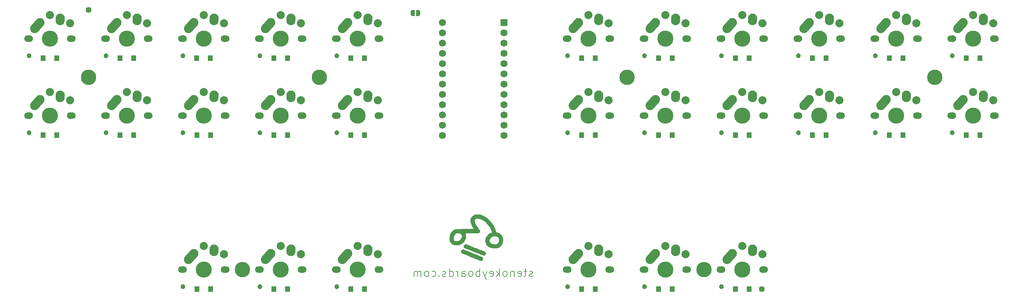
<source format=gbs>
G04 #@! TF.GenerationSoftware,KiCad,Pcbnew,(5.99.0-10034-g38c849bde7)*
G04 #@! TF.CreationDate,2021-04-26T12:51:28-07:00*
G04 #@! TF.ProjectId,unisplit_orthosteno,756e6973-706c-4697-945f-6f7274686f73,rev?*
G04 #@! TF.SameCoordinates,Original*
G04 #@! TF.FileFunction,Soldermask,Bot*
G04 #@! TF.FilePolarity,Negative*
%FSLAX46Y46*%
G04 Gerber Fmt 4.6, Leading zero omitted, Abs format (unit mm)*
G04 Created by KiCad (PCBNEW (5.99.0-10034-g38c849bde7)) date 2021-04-26 12:51:28*
%MOMM*%
%LPD*%
G01*
G04 APERTURE LIST*
G04 Aperture macros list*
%AMHorizOval*
0 Thick line with rounded ends*
0 $1 width*
0 $2 $3 position (X,Y) of the first rounded end (center of the circle)*
0 $4 $5 position (X,Y) of the second rounded end (center of the circle)*
0 Add line between two ends*
20,1,$1,$2,$3,$4,$5,0*
0 Add two circle primitives to create the rounded ends*
1,1,$1,$2,$3*
1,1,$1,$4,$5*%
%AMFreePoly0*
4,1,22,0.500000,-0.750000,0.000000,-0.750000,0.000000,-0.745033,-0.079941,-0.743568,-0.215256,-0.701293,-0.333266,-0.622738,-0.424486,-0.514219,-0.481581,-0.384460,-0.499164,-0.250000,-0.500000,-0.250000,-0.500000,0.250000,-0.499164,0.250000,-0.499963,0.256109,-0.478152,0.396186,-0.417904,0.524511,-0.324060,0.630769,-0.204165,0.706417,-0.067858,0.745374,0.000000,0.744959,0.000000,0.750000,
0.500000,0.750000,0.500000,-0.750000,0.500000,-0.750000,$1*%
%AMFreePoly1*
4,1,20,0.000000,0.744959,0.073905,0.744508,0.209726,0.703889,0.328688,0.626782,0.421226,0.519385,0.479903,0.390333,0.500000,0.250000,0.500000,-0.250000,0.499851,-0.262216,0.476331,-0.402017,0.414519,-0.529596,0.319384,-0.634700,0.198574,-0.708877,0.061801,-0.746166,0.000000,-0.745033,0.000000,-0.750000,-0.500000,-0.750000,-0.500000,0.750000,0.000000,0.750000,0.000000,0.744959,
0.000000,0.744959,$1*%
G04 Aperture macros list end*
%ADD10C,0.200000*%
%ADD11C,1.200000*%
%ADD12C,1.700000*%
%ADD13C,1.750000*%
%ADD14C,3.987800*%
%ADD15HorizOval,2.250000X0.019771X0.290016X-0.019771X-0.290016X0*%
%ADD16C,2.000000*%
%ADD17C,2.250000*%
%ADD18HorizOval,2.250000X0.654995X0.730004X-0.654995X-0.730004X0*%
%ADD19C,3.800000*%
%ADD20C,1.448000*%
%ADD21FreePoly0,0.000000*%
%ADD22FreePoly1,0.000000*%
%ADD23R,1.200000X1.400000*%
%ADD24R,1.752600X1.752600*%
%ADD25C,1.752600*%
G04 APERTURE END LIST*
D10*
X156795535Y-128603273D02*
X156605059Y-128698511D01*
X156224107Y-128698511D01*
X156033630Y-128603273D01*
X155938392Y-128412797D01*
X155938392Y-128317559D01*
X156033630Y-128127083D01*
X156224107Y-128031845D01*
X156509821Y-128031845D01*
X156700297Y-127936607D01*
X156795535Y-127746130D01*
X156795535Y-127650892D01*
X156700297Y-127460416D01*
X156509821Y-127365178D01*
X156224107Y-127365178D01*
X156033630Y-127460416D01*
X155366964Y-127365178D02*
X154605059Y-127365178D01*
X155081250Y-126698511D02*
X155081250Y-128412797D01*
X154986011Y-128603273D01*
X154795535Y-128698511D01*
X154605059Y-128698511D01*
X153176488Y-128603273D02*
X153366964Y-128698511D01*
X153747916Y-128698511D01*
X153938392Y-128603273D01*
X154033630Y-128412797D01*
X154033630Y-127650892D01*
X153938392Y-127460416D01*
X153747916Y-127365178D01*
X153366964Y-127365178D01*
X153176488Y-127460416D01*
X153081250Y-127650892D01*
X153081250Y-127841369D01*
X154033630Y-128031845D01*
X152224107Y-127365178D02*
X152224107Y-128698511D01*
X152224107Y-127555654D02*
X152128869Y-127460416D01*
X151938392Y-127365178D01*
X151652678Y-127365178D01*
X151462202Y-127460416D01*
X151366964Y-127650892D01*
X151366964Y-128698511D01*
X150128869Y-128698511D02*
X150319345Y-128603273D01*
X150414583Y-128508035D01*
X150509821Y-128317559D01*
X150509821Y-127746130D01*
X150414583Y-127555654D01*
X150319345Y-127460416D01*
X150128869Y-127365178D01*
X149843154Y-127365178D01*
X149652678Y-127460416D01*
X149557440Y-127555654D01*
X149462202Y-127746130D01*
X149462202Y-128317559D01*
X149557440Y-128508035D01*
X149652678Y-128603273D01*
X149843154Y-128698511D01*
X150128869Y-128698511D01*
X148605059Y-128698511D02*
X148605059Y-126698511D01*
X148414583Y-127936607D02*
X147843154Y-128698511D01*
X147843154Y-127365178D02*
X148605059Y-128127083D01*
X146224107Y-128603273D02*
X146414583Y-128698511D01*
X146795535Y-128698511D01*
X146986011Y-128603273D01*
X147081250Y-128412797D01*
X147081250Y-127650892D01*
X146986011Y-127460416D01*
X146795535Y-127365178D01*
X146414583Y-127365178D01*
X146224107Y-127460416D01*
X146128869Y-127650892D01*
X146128869Y-127841369D01*
X147081250Y-128031845D01*
X145462202Y-127365178D02*
X144986011Y-128698511D01*
X144509821Y-127365178D02*
X144986011Y-128698511D01*
X145176488Y-129174702D01*
X145271726Y-129269940D01*
X145462202Y-129365178D01*
X143747916Y-128698511D02*
X143747916Y-126698511D01*
X143747916Y-127460416D02*
X143557440Y-127365178D01*
X143176488Y-127365178D01*
X142986011Y-127460416D01*
X142890773Y-127555654D01*
X142795535Y-127746130D01*
X142795535Y-128317559D01*
X142890773Y-128508035D01*
X142986011Y-128603273D01*
X143176488Y-128698511D01*
X143557440Y-128698511D01*
X143747916Y-128603273D01*
X141652678Y-128698511D02*
X141843154Y-128603273D01*
X141938392Y-128508035D01*
X142033630Y-128317559D01*
X142033630Y-127746130D01*
X141938392Y-127555654D01*
X141843154Y-127460416D01*
X141652678Y-127365178D01*
X141366964Y-127365178D01*
X141176488Y-127460416D01*
X141081250Y-127555654D01*
X140986011Y-127746130D01*
X140986011Y-128317559D01*
X141081250Y-128508035D01*
X141176488Y-128603273D01*
X141366964Y-128698511D01*
X141652678Y-128698511D01*
X139271726Y-128698511D02*
X139271726Y-127650892D01*
X139366964Y-127460416D01*
X139557440Y-127365178D01*
X139938392Y-127365178D01*
X140128869Y-127460416D01*
X139271726Y-128603273D02*
X139462202Y-128698511D01*
X139938392Y-128698511D01*
X140128869Y-128603273D01*
X140224107Y-128412797D01*
X140224107Y-128222321D01*
X140128869Y-128031845D01*
X139938392Y-127936607D01*
X139462202Y-127936607D01*
X139271726Y-127841369D01*
X138319345Y-128698511D02*
X138319345Y-127365178D01*
X138319345Y-127746130D02*
X138224107Y-127555654D01*
X138128869Y-127460416D01*
X137938392Y-127365178D01*
X137747916Y-127365178D01*
X136224107Y-128698511D02*
X136224107Y-126698511D01*
X136224107Y-128603273D02*
X136414583Y-128698511D01*
X136795535Y-128698511D01*
X136986011Y-128603273D01*
X137081250Y-128508035D01*
X137176488Y-128317559D01*
X137176488Y-127746130D01*
X137081250Y-127555654D01*
X136986011Y-127460416D01*
X136795535Y-127365178D01*
X136414583Y-127365178D01*
X136224107Y-127460416D01*
X135366964Y-128603273D02*
X135176488Y-128698511D01*
X134795535Y-128698511D01*
X134605059Y-128603273D01*
X134509821Y-128412797D01*
X134509821Y-128317559D01*
X134605059Y-128127083D01*
X134795535Y-128031845D01*
X135081250Y-128031845D01*
X135271726Y-127936607D01*
X135366964Y-127746130D01*
X135366964Y-127650892D01*
X135271726Y-127460416D01*
X135081250Y-127365178D01*
X134795535Y-127365178D01*
X134605059Y-127460416D01*
X133652678Y-128508035D02*
X133557440Y-128603273D01*
X133652678Y-128698511D01*
X133747916Y-128603273D01*
X133652678Y-128508035D01*
X133652678Y-128698511D01*
X131843154Y-128603273D02*
X132033630Y-128698511D01*
X132414583Y-128698511D01*
X132605059Y-128603273D01*
X132700297Y-128508035D01*
X132795535Y-128317559D01*
X132795535Y-127746130D01*
X132700297Y-127555654D01*
X132605059Y-127460416D01*
X132414583Y-127365178D01*
X132033630Y-127365178D01*
X131843154Y-127460416D01*
X130700297Y-128698511D02*
X130890773Y-128603273D01*
X130986011Y-128508035D01*
X131081250Y-128317559D01*
X131081250Y-127746130D01*
X130986011Y-127555654D01*
X130890773Y-127460416D01*
X130700297Y-127365178D01*
X130414583Y-127365178D01*
X130224107Y-127460416D01*
X130128869Y-127555654D01*
X130033630Y-127746130D01*
X130033630Y-128317559D01*
X130128869Y-128508035D01*
X130224107Y-128603273D01*
X130414583Y-128698511D01*
X130700297Y-128698511D01*
X129176488Y-128698511D02*
X129176488Y-127365178D01*
X129176488Y-127555654D02*
X129081250Y-127460416D01*
X128890773Y-127365178D01*
X128605059Y-127365178D01*
X128414583Y-127460416D01*
X128319345Y-127650892D01*
X128319345Y-128698511D01*
X128319345Y-127650892D02*
X128224107Y-127460416D01*
X128033630Y-127365178D01*
X127747916Y-127365178D01*
X127557440Y-127460416D01*
X127462202Y-127650892D01*
X127462202Y-128698511D01*
G36*
X139635609Y-121992910D02*
G01*
X139651822Y-121994341D01*
X139669178Y-121996713D01*
X139689012Y-122000541D01*
X139712657Y-122006341D01*
X139741446Y-122014629D01*
X139776712Y-122025920D01*
X139819791Y-122040731D01*
X139872014Y-122059578D01*
X139934715Y-122082977D01*
X140009228Y-122111443D01*
X140096886Y-122145493D01*
X140199023Y-122185642D01*
X140316973Y-122232406D01*
X140452068Y-122286301D01*
X140605642Y-122347844D01*
X140779029Y-122417550D01*
X140973562Y-122495935D01*
X141190575Y-122583514D01*
X141431400Y-122680805D01*
X141697373Y-122788323D01*
X141989826Y-122906583D01*
X142166677Y-122978123D01*
X142410510Y-123076827D01*
X142646283Y-123172345D01*
X142872474Y-123264060D01*
X143087564Y-123351352D01*
X143290033Y-123433601D01*
X143478360Y-123510188D01*
X143651026Y-123580496D01*
X143806509Y-123643903D01*
X143943290Y-123699791D01*
X144059849Y-123747542D01*
X144154665Y-123786535D01*
X144226218Y-123816152D01*
X144272987Y-123835773D01*
X144293453Y-123844780D01*
X144349748Y-123882302D01*
X144414641Y-123942953D01*
X144472779Y-124013977D01*
X144515398Y-124085854D01*
X144519656Y-124095750D01*
X144539417Y-124169398D01*
X144548762Y-124258576D01*
X144547711Y-124352467D01*
X144536288Y-124440254D01*
X144514516Y-124511118D01*
X144470304Y-124587837D01*
X144390242Y-124678215D01*
X144290485Y-124751275D01*
X144175965Y-124802767D01*
X144154784Y-124808430D01*
X144086547Y-124817413D01*
X144007723Y-124817857D01*
X143997190Y-124817096D01*
X143981098Y-124815071D01*
X143962112Y-124811459D01*
X143938922Y-124805750D01*
X143910216Y-124797435D01*
X143874681Y-124786003D01*
X143831008Y-124770946D01*
X143777885Y-124751753D01*
X143714000Y-124727915D01*
X143638042Y-124698922D01*
X143548699Y-124664265D01*
X143444662Y-124623434D01*
X143324617Y-124575919D01*
X143187254Y-124521212D01*
X143031261Y-124458801D01*
X142855328Y-124388178D01*
X142658142Y-124308832D01*
X142438392Y-124220255D01*
X142194768Y-124121937D01*
X141925958Y-124013367D01*
X141630649Y-123894037D01*
X141430076Y-123812905D01*
X141185174Y-123713651D01*
X140948441Y-123617498D01*
X140721389Y-123525070D01*
X140505531Y-123436989D01*
X140302381Y-123353878D01*
X140113451Y-123276362D01*
X139940254Y-123205062D01*
X139784303Y-123140602D01*
X139647112Y-123083604D01*
X139530192Y-123034693D01*
X139435058Y-122994490D01*
X139363221Y-122963619D01*
X139316196Y-122942704D01*
X139295494Y-122932367D01*
X139277975Y-122919288D01*
X139227849Y-122873760D01*
X139185771Y-122825557D01*
X139157278Y-122783031D01*
X139105345Y-122671098D01*
X139081035Y-122554796D01*
X139083973Y-122438083D01*
X139113782Y-122324917D01*
X139170083Y-122219257D01*
X139252500Y-122125061D01*
X139320617Y-122069965D01*
X139412506Y-122020095D01*
X139512092Y-121995107D01*
X139626860Y-121992346D01*
X139635609Y-121992910D01*
G37*
G36*
X149511991Y-119803064D02*
G01*
X149506325Y-119913866D01*
X149497777Y-120009393D01*
X149486408Y-120082342D01*
X149461982Y-120185695D01*
X149385558Y-120431373D01*
X149287197Y-120662186D01*
X149168206Y-120876194D01*
X149029894Y-121071460D01*
X148873569Y-121246047D01*
X148700539Y-121398017D01*
X148512114Y-121525431D01*
X148393526Y-121587472D01*
X148221863Y-121657669D01*
X148041432Y-121712132D01*
X147863482Y-121747016D01*
X147810066Y-121752099D01*
X147722203Y-121755696D01*
X147616330Y-121756489D01*
X147498992Y-121754659D01*
X147376729Y-121750382D01*
X147256085Y-121743839D01*
X147143602Y-121735207D01*
X147045821Y-121724667D01*
X147002405Y-121718758D01*
X146729968Y-121668083D01*
X146473463Y-121596389D01*
X146234609Y-121504421D01*
X146015125Y-121392927D01*
X145816729Y-121262653D01*
X145641142Y-121114348D01*
X145532729Y-121002608D01*
X145397587Y-120833223D01*
X145288461Y-120653505D01*
X145203131Y-120459621D01*
X145139376Y-120247733D01*
X145134330Y-120225314D01*
X145116992Y-120115073D01*
X145106257Y-119987036D01*
X145102222Y-119850505D01*
X145103502Y-119787699D01*
X146149422Y-119787699D01*
X146149696Y-119932403D01*
X146177487Y-120067018D01*
X146232179Y-120190857D01*
X146313157Y-120303237D01*
X146419808Y-120403472D01*
X146551515Y-120490876D01*
X146707664Y-120564765D01*
X146887641Y-120624453D01*
X147090830Y-120669254D01*
X147112716Y-120672895D01*
X147218366Y-120687149D01*
X147331440Y-120697822D01*
X147445761Y-120704724D01*
X147555153Y-120707664D01*
X147653441Y-120706454D01*
X147734448Y-120700902D01*
X147792000Y-120690819D01*
X147918285Y-120643560D01*
X148051817Y-120564554D01*
X148170713Y-120460777D01*
X148273626Y-120333667D01*
X148359207Y-120184658D01*
X148426110Y-120015188D01*
X148442310Y-119951529D01*
X148458435Y-119847517D01*
X148467634Y-119731857D01*
X148469507Y-119614654D01*
X148463659Y-119506013D01*
X148449690Y-119416039D01*
X148416885Y-119306544D01*
X148350649Y-119167901D01*
X148261672Y-119048295D01*
X148150738Y-118948718D01*
X148018632Y-118870162D01*
X147976588Y-118850680D01*
X147892933Y-118816141D01*
X147813205Y-118790737D01*
X147730646Y-118773220D01*
X147638496Y-118762340D01*
X147529997Y-118756847D01*
X147398390Y-118755491D01*
X147386754Y-118755516D01*
X147292428Y-118755962D01*
X147221064Y-118757318D01*
X147166294Y-118760332D01*
X147121751Y-118765749D01*
X147081067Y-118774317D01*
X147037876Y-118786784D01*
X146985809Y-118803895D01*
X146878874Y-118844662D01*
X146708414Y-118932547D01*
X146556768Y-119041232D01*
X146425709Y-119168878D01*
X146317008Y-119313645D01*
X146232437Y-119473694D01*
X146173765Y-119647185D01*
X146149422Y-119787699D01*
X145103502Y-119787699D01*
X145104987Y-119714784D01*
X145114650Y-119589176D01*
X145131307Y-119482986D01*
X145176249Y-119310881D01*
X145260656Y-119079322D01*
X145369097Y-118856582D01*
X145498299Y-118650092D01*
X145554513Y-118576848D01*
X145639577Y-118479103D01*
X145736955Y-118377578D01*
X145839661Y-118279200D01*
X145940712Y-118190897D01*
X146033122Y-118119598D01*
X146067965Y-118095886D01*
X146159171Y-118039309D01*
X146262170Y-117981278D01*
X146369666Y-117925496D01*
X146474362Y-117875662D01*
X146568962Y-117835478D01*
X146646169Y-117808645D01*
X146695653Y-117792100D01*
X146732166Y-117774700D01*
X146745762Y-117760542D01*
X146745397Y-117756062D01*
X146737850Y-117723031D01*
X146721906Y-117668615D01*
X146699360Y-117598083D01*
X146672012Y-117516705D01*
X146641658Y-117429754D01*
X146610096Y-117342498D01*
X146579124Y-117260208D01*
X146550539Y-117188155D01*
X146514996Y-117103785D01*
X146346933Y-116751654D01*
X146153524Y-116415416D01*
X145934550Y-116094742D01*
X145689788Y-115789302D01*
X145419019Y-115498766D01*
X145223490Y-115313634D01*
X144983204Y-115111492D01*
X144737945Y-114931551D01*
X144489555Y-114774774D01*
X144239874Y-114642125D01*
X143990745Y-114534565D01*
X143744008Y-114453059D01*
X143501505Y-114398570D01*
X143265077Y-114372061D01*
X143184852Y-114369893D01*
X143017351Y-114378716D01*
X142861607Y-114405106D01*
X142724553Y-114448089D01*
X142668403Y-114472869D01*
X142590806Y-114518797D01*
X142536354Y-114572520D01*
X142501768Y-114639159D01*
X142483772Y-114723835D01*
X142479090Y-114831667D01*
X142480181Y-114870682D01*
X142499608Y-115032492D01*
X142542897Y-115210814D01*
X142609654Y-115404849D01*
X142699483Y-115613799D01*
X142811986Y-115836863D01*
X142946770Y-116073243D01*
X143103438Y-116322139D01*
X143281593Y-116582753D01*
X143480841Y-116854285D01*
X143546448Y-116941176D01*
X143621191Y-117041775D01*
X143680373Y-117124655D01*
X143725701Y-117193216D01*
X143758886Y-117250857D01*
X143781633Y-117300979D01*
X143795653Y-117346981D01*
X143802653Y-117392262D01*
X143804341Y-117440222D01*
X143802425Y-117494261D01*
X143796491Y-117550535D01*
X143763321Y-117668348D01*
X143703956Y-117773331D01*
X143620020Y-117863011D01*
X143513135Y-117934918D01*
X143437611Y-117974786D01*
X141819538Y-117978800D01*
X141573783Y-117979427D01*
X141345472Y-117980067D01*
X141143939Y-117980724D01*
X140967539Y-117981426D01*
X140814624Y-117982207D01*
X140683548Y-117983095D01*
X140572663Y-117984123D01*
X140480323Y-117985320D01*
X140404881Y-117986718D01*
X140344690Y-117988347D01*
X140298103Y-117990238D01*
X140263474Y-117992421D01*
X140239155Y-117994928D01*
X140223500Y-117997790D01*
X140214862Y-118001036D01*
X140211594Y-118004698D01*
X140212049Y-118008806D01*
X140233363Y-118064852D01*
X140266757Y-118164884D01*
X140297355Y-118269690D01*
X140320585Y-118364291D01*
X140321561Y-118368951D01*
X140336750Y-118472464D01*
X140345079Y-118595608D01*
X140345908Y-118665958D01*
X140346654Y-118729300D01*
X140341582Y-118864457D01*
X140329969Y-118991996D01*
X140311922Y-119102834D01*
X140291561Y-119190795D01*
X140214557Y-119441317D01*
X140112036Y-119677605D01*
X139983154Y-119901186D01*
X139827072Y-120113586D01*
X139642947Y-120316331D01*
X139555132Y-120400851D01*
X139365281Y-120560867D01*
X139169775Y-120694091D01*
X138964730Y-120802713D01*
X138746260Y-120888924D01*
X138510480Y-120954915D01*
X138435510Y-120968577D01*
X138328770Y-120981107D01*
X138207395Y-120990047D01*
X138079502Y-120995092D01*
X137953211Y-120995939D01*
X137836640Y-120992285D01*
X137737907Y-120983825D01*
X137709372Y-120980055D01*
X137475232Y-120934466D01*
X137259000Y-120864914D01*
X137060330Y-120771239D01*
X136878877Y-120653282D01*
X136714295Y-120510884D01*
X136706001Y-120502625D01*
X136568128Y-120347280D01*
X136455335Y-120181557D01*
X136365944Y-120002120D01*
X136298278Y-119805631D01*
X136250658Y-119588752D01*
X136244857Y-119549001D01*
X136234355Y-119429058D01*
X136230741Y-119307754D01*
X137277359Y-119307754D01*
X137295246Y-119451348D01*
X137332390Y-119579436D01*
X137388523Y-119689300D01*
X137463377Y-119778221D01*
X137479855Y-119793127D01*
X137534073Y-119836428D01*
X137588999Y-119868477D01*
X137654330Y-119894195D01*
X137739763Y-119918506D01*
X137747354Y-119920392D01*
X137853193Y-119938393D01*
X137975271Y-119947038D01*
X138102392Y-119946355D01*
X138223361Y-119936369D01*
X138326980Y-119917107D01*
X138498372Y-119857911D01*
X138664129Y-119771276D01*
X138816529Y-119661355D01*
X138953013Y-119530963D01*
X139071017Y-119382912D01*
X139167980Y-119220018D01*
X139241339Y-119045095D01*
X139288533Y-118860956D01*
X139295570Y-118814849D01*
X139301712Y-118665958D01*
X139281148Y-118528761D01*
X139234544Y-118404679D01*
X139162561Y-118295132D01*
X139065864Y-118201541D01*
X138945114Y-118125326D01*
X138872877Y-118092919D01*
X138728103Y-118045884D01*
X138562480Y-118011222D01*
X138380481Y-117989776D01*
X138186577Y-117982388D01*
X138114227Y-117982628D01*
X138053126Y-117984247D01*
X138008132Y-117988407D01*
X137971829Y-117996264D01*
X137936798Y-118008972D01*
X137895623Y-118027686D01*
X137862235Y-118045153D01*
X137764296Y-118114721D01*
X137668129Y-118208726D01*
X137576763Y-118323083D01*
X137493228Y-118453710D01*
X137420551Y-118596523D01*
X137361763Y-118747438D01*
X137341917Y-118811121D01*
X137300426Y-118984922D01*
X137278996Y-119151373D01*
X137277359Y-119307754D01*
X136230741Y-119307754D01*
X136230281Y-119292302D01*
X136232390Y-119147701D01*
X136240438Y-119004226D01*
X136254179Y-118870846D01*
X136273368Y-118756530D01*
X136282539Y-118715159D01*
X136352692Y-118460094D01*
X136442678Y-118218324D01*
X136551081Y-117991612D01*
X136676482Y-117781720D01*
X136817464Y-117590413D01*
X136972610Y-117419451D01*
X137140502Y-117270598D01*
X137319723Y-117145616D01*
X137508856Y-117046269D01*
X137706482Y-116974318D01*
X137826506Y-116939954D01*
X140035829Y-116932266D01*
X142245151Y-116924579D01*
X142189450Y-116842063D01*
X142130827Y-116752149D01*
X142040301Y-116603202D01*
X141947901Y-116440627D01*
X141857614Y-116271943D01*
X141773426Y-116104668D01*
X141699323Y-115946321D01*
X141639291Y-115804419D01*
X141565223Y-115600179D01*
X141492504Y-115346142D01*
X141446444Y-115105195D01*
X141427071Y-114877506D01*
X141434417Y-114663245D01*
X141445660Y-114573382D01*
X141490346Y-114368092D01*
X141559623Y-114179857D01*
X141653272Y-114008903D01*
X141771072Y-113855454D01*
X141912804Y-113719734D01*
X142078247Y-113601967D01*
X142267181Y-113502378D01*
X142479386Y-113421191D01*
X142714642Y-113358631D01*
X142748585Y-113352057D01*
X142859585Y-113337404D01*
X142989948Y-113327913D01*
X143132186Y-113323589D01*
X143278814Y-113324437D01*
X143422343Y-113330460D01*
X143555286Y-113341665D01*
X143670156Y-113358054D01*
X143690862Y-113361922D01*
X144006877Y-113436697D01*
X144321639Y-113540119D01*
X144633552Y-113670914D01*
X144941018Y-113827811D01*
X145242437Y-114009536D01*
X145536212Y-114214817D01*
X145820746Y-114442380D01*
X146094439Y-114690955D01*
X146355694Y-114959266D01*
X146602912Y-115246043D01*
X146834496Y-115550013D01*
X147048848Y-115869902D01*
X147244368Y-116204438D01*
X147262254Y-116237670D01*
X147376168Y-116464457D01*
X147485439Y-116707247D01*
X147587073Y-116958295D01*
X147678077Y-117209861D01*
X147755458Y-117454201D01*
X147816222Y-117683572D01*
X147819727Y-117695545D01*
X147830280Y-117711428D01*
X147851803Y-117723430D01*
X147890510Y-117734462D01*
X147952615Y-117747431D01*
X147952883Y-117747484D01*
X148135974Y-117793331D01*
X148323322Y-117858314D01*
X148501107Y-117937641D01*
X148570911Y-117974626D01*
X148768668Y-118101258D01*
X148946052Y-118249311D01*
X149102081Y-118417476D01*
X149235778Y-118604442D01*
X149346163Y-118808898D01*
X149432257Y-119029534D01*
X149493080Y-119265040D01*
X149495008Y-119275453D01*
X149504645Y-119353118D01*
X149511102Y-119452013D01*
X149514439Y-119564836D01*
X149514554Y-119614654D01*
X149514715Y-119684287D01*
X149511991Y-119803064D01*
G37*
G36*
X142634953Y-121595589D02*
G01*
X142798803Y-121659489D01*
X143044294Y-121755277D01*
X143282039Y-121848102D01*
X143510483Y-121937354D01*
X143728072Y-122022424D01*
X143933249Y-122102702D01*
X144124461Y-122177579D01*
X144300151Y-122246444D01*
X144458766Y-122308689D01*
X144598750Y-122363703D01*
X144718548Y-122410877D01*
X144816606Y-122449602D01*
X144891367Y-122479268D01*
X144941278Y-122499264D01*
X144964783Y-122508982D01*
X145037606Y-122550680D01*
X145125006Y-122628080D01*
X145135712Y-122640148D01*
X145203126Y-122739336D01*
X145244497Y-122846513D01*
X145260902Y-122957658D01*
X145253422Y-123068748D01*
X145223137Y-123175764D01*
X145171126Y-123274685D01*
X145098469Y-123361490D01*
X145006245Y-123432157D01*
X144895535Y-123482666D01*
X144872227Y-123488758D01*
X144802826Y-123497348D01*
X144720363Y-123497650D01*
X144718338Y-123497547D01*
X144702773Y-123496401D01*
X144685777Y-123494251D01*
X144666026Y-123490603D01*
X144642192Y-123484960D01*
X144612950Y-123476828D01*
X144576974Y-123465712D01*
X144532937Y-123451116D01*
X144479513Y-123432545D01*
X144415376Y-123409505D01*
X144339199Y-123381499D01*
X144249658Y-123348033D01*
X144145425Y-123308611D01*
X144025174Y-123262738D01*
X143887579Y-123209920D01*
X143731315Y-123149660D01*
X143555054Y-123081464D01*
X143357471Y-123004836D01*
X143137240Y-122919281D01*
X142893033Y-122824305D01*
X142623526Y-122719411D01*
X142327392Y-122604105D01*
X142127946Y-122526391D01*
X141881967Y-122430417D01*
X141644194Y-122337502D01*
X141416148Y-122248249D01*
X141199349Y-122163256D01*
X140995317Y-122083123D01*
X140805573Y-122008451D01*
X140631638Y-121939839D01*
X140475031Y-121877887D01*
X140337274Y-121823196D01*
X140219886Y-121776364D01*
X140124388Y-121737993D01*
X140052301Y-121708681D01*
X140005145Y-121689029D01*
X139984440Y-121679637D01*
X139977930Y-121675734D01*
X139904431Y-121617427D01*
X139836361Y-121539164D01*
X139781723Y-121450012D01*
X139780821Y-121448180D01*
X139763902Y-121407892D01*
X139753658Y-121365634D01*
X139748570Y-121312087D01*
X139747117Y-121237928D01*
X139747286Y-121197312D01*
X139749633Y-121138476D01*
X139756172Y-121094647D01*
X139768730Y-121056043D01*
X139789131Y-121012884D01*
X139845055Y-120924211D01*
X139932630Y-120832558D01*
X140037105Y-120763901D01*
X140049707Y-120757696D01*
X140093944Y-120738750D01*
X140136121Y-120727743D01*
X140186910Y-120722604D01*
X140256984Y-120721265D01*
X140392011Y-120721056D01*
X142634953Y-121595589D01*
G37*
D11*
X32086250Y-74050000D03*
D12*
X42806250Y-69850000D03*
D13*
X32226250Y-69850000D03*
X42386250Y-69850000D03*
D12*
X31806250Y-69850000D03*
D14*
X37306250Y-69850000D03*
D15*
X39826021Y-65059984D03*
D16*
X42306250Y-66050000D03*
D17*
X39846250Y-64770000D03*
X34806250Y-65850000D03*
D18*
X34151245Y-66579996D03*
D16*
X37306250Y-63950000D03*
D13*
X61436250Y-69850000D03*
D14*
X56356250Y-69850000D03*
D12*
X61856250Y-69850000D03*
D13*
X51276250Y-69850000D03*
D11*
X51136250Y-74050000D03*
D12*
X50856250Y-69850000D03*
D15*
X58876021Y-65059984D03*
D17*
X58896250Y-64770000D03*
D16*
X61356250Y-66050000D03*
D17*
X53856250Y-65850000D03*
D18*
X53201245Y-66579996D03*
D16*
X56356250Y-63950000D03*
D13*
X80486250Y-69850000D03*
D14*
X75406250Y-69850000D03*
D13*
X70326250Y-69850000D03*
D12*
X69906250Y-69850000D03*
X80906250Y-69850000D03*
D11*
X70186250Y-74050000D03*
D15*
X77926021Y-65059984D03*
D17*
X77946250Y-64770000D03*
D16*
X80406250Y-66050000D03*
X75406250Y-63950000D03*
D18*
X72251245Y-66579996D03*
D17*
X72906250Y-65850000D03*
D11*
X89236250Y-74050000D03*
D14*
X94456250Y-69850000D03*
D12*
X88956250Y-69850000D03*
D13*
X89376250Y-69850000D03*
X99536250Y-69850000D03*
D12*
X99956250Y-69850000D03*
D16*
X99456250Y-66050000D03*
D15*
X96976021Y-65059984D03*
D17*
X96996250Y-64770000D03*
D16*
X94456250Y-63950000D03*
D17*
X91956250Y-65850000D03*
D18*
X91301245Y-66579996D03*
D14*
X113506250Y-69850000D03*
D11*
X108286250Y-74050000D03*
D13*
X108426250Y-69850000D03*
X118586250Y-69850000D03*
D12*
X108006250Y-69850000D03*
X119006250Y-69850000D03*
D15*
X116026021Y-65059984D03*
D17*
X116046250Y-64770000D03*
D16*
X118506250Y-66050000D03*
D18*
X110351245Y-66579996D03*
D17*
X111006250Y-65850000D03*
D16*
X113506250Y-63950000D03*
D13*
X175736250Y-69850000D03*
D11*
X165436250Y-74050000D03*
D12*
X165156250Y-69850000D03*
D13*
X165576250Y-69850000D03*
D12*
X176156250Y-69850000D03*
D14*
X170656250Y-69850000D03*
D17*
X173196250Y-64770000D03*
D16*
X175656250Y-66050000D03*
D15*
X173176021Y-65059984D03*
D17*
X168156250Y-65850000D03*
D16*
X170656250Y-63950000D03*
D18*
X167501245Y-66579996D03*
D13*
X184626250Y-69850000D03*
D14*
X189706250Y-69850000D03*
D13*
X194786250Y-69850000D03*
D11*
X184486250Y-74050000D03*
D12*
X184206250Y-69850000D03*
X195206250Y-69850000D03*
D17*
X192246250Y-64770000D03*
D16*
X194706250Y-66050000D03*
D15*
X192226021Y-65059984D03*
D18*
X186551245Y-66579996D03*
D16*
X189706250Y-63950000D03*
D17*
X187206250Y-65850000D03*
D12*
X203256250Y-69850000D03*
D13*
X213836250Y-69850000D03*
D12*
X214256250Y-69850000D03*
D13*
X203676250Y-69850000D03*
D11*
X203536250Y-74050000D03*
D14*
X208756250Y-69850000D03*
D16*
X213756250Y-66050000D03*
D17*
X211296250Y-64770000D03*
D15*
X211276021Y-65059984D03*
D18*
X205601245Y-66579996D03*
D16*
X208756250Y-63950000D03*
D17*
X206256250Y-65850000D03*
D11*
X222586250Y-74050000D03*
D13*
X222726250Y-69850000D03*
X232886250Y-69850000D03*
D14*
X227806250Y-69850000D03*
D12*
X222306250Y-69850000D03*
X233306250Y-69850000D03*
D16*
X232806250Y-66050000D03*
D15*
X230326021Y-65059984D03*
D17*
X230346250Y-64770000D03*
X225306250Y-65850000D03*
D18*
X224651245Y-66579996D03*
D16*
X227806250Y-63950000D03*
D12*
X241356250Y-69850000D03*
D11*
X241636250Y-74050000D03*
D13*
X251936250Y-69850000D03*
X241776250Y-69850000D03*
D12*
X252356250Y-69850000D03*
D14*
X246856250Y-69850000D03*
D16*
X251856250Y-66050000D03*
D15*
X249376021Y-65059984D03*
D17*
X249396250Y-64770000D03*
X244356250Y-65850000D03*
D16*
X246856250Y-63950000D03*
D18*
X243701245Y-66579996D03*
D12*
X271406250Y-69850000D03*
D11*
X260686250Y-74050000D03*
D12*
X260406250Y-69850000D03*
D13*
X270986250Y-69850000D03*
X260826250Y-69850000D03*
D14*
X265906250Y-69850000D03*
D17*
X268446250Y-64770000D03*
D16*
X270906250Y-66050000D03*
D15*
X268426021Y-65059984D03*
D17*
X263406250Y-65850000D03*
D16*
X265906250Y-63950000D03*
D18*
X262751245Y-66579996D03*
D13*
X42386250Y-88900000D03*
D12*
X42806250Y-88900000D03*
X31806250Y-88900000D03*
D11*
X32086250Y-93100000D03*
D14*
X37306250Y-88900000D03*
D13*
X32226250Y-88900000D03*
D15*
X39826021Y-84109984D03*
D17*
X39846250Y-83820000D03*
D16*
X42306250Y-85100000D03*
D18*
X34151245Y-85629996D03*
D16*
X37306250Y-83000000D03*
D17*
X34806250Y-84900000D03*
D11*
X51136250Y-93100000D03*
D13*
X51276250Y-88900000D03*
D12*
X61856250Y-88900000D03*
X50856250Y-88900000D03*
D14*
X56356250Y-88900000D03*
D13*
X61436250Y-88900000D03*
D15*
X58876021Y-84109984D03*
D17*
X58896250Y-83820000D03*
D16*
X61356250Y-85100000D03*
X56356250Y-83000000D03*
D18*
X53201245Y-85629996D03*
D17*
X53856250Y-84900000D03*
D11*
X70186250Y-93100000D03*
D14*
X75406250Y-88900000D03*
D13*
X80486250Y-88900000D03*
D12*
X69906250Y-88900000D03*
X80906250Y-88900000D03*
D13*
X70326250Y-88900000D03*
D17*
X77946250Y-83820000D03*
D16*
X80406250Y-85100000D03*
D15*
X77926021Y-84109984D03*
D16*
X75406250Y-83000000D03*
D17*
X72906250Y-84900000D03*
D18*
X72251245Y-85629996D03*
D12*
X88956250Y-88900000D03*
D13*
X89376250Y-88900000D03*
D11*
X89236250Y-93100000D03*
D12*
X99956250Y-88900000D03*
D13*
X99536250Y-88900000D03*
D14*
X94456250Y-88900000D03*
D16*
X99456250Y-85100000D03*
D15*
X96976021Y-84109984D03*
D17*
X96996250Y-83820000D03*
D18*
X91301245Y-85629996D03*
D17*
X91956250Y-84900000D03*
D16*
X94456250Y-83000000D03*
D12*
X108006250Y-88900000D03*
D14*
X113506250Y-88900000D03*
D13*
X118586250Y-88900000D03*
D12*
X119006250Y-88900000D03*
D13*
X108426250Y-88900000D03*
D11*
X108286250Y-93100000D03*
D17*
X116046250Y-83820000D03*
D15*
X116026021Y-84109984D03*
D16*
X118506250Y-85100000D03*
D18*
X110351245Y-85629996D03*
D17*
X111006250Y-84900000D03*
D16*
X113506250Y-83000000D03*
D14*
X170656250Y-88900000D03*
D12*
X176156250Y-88900000D03*
D11*
X165436250Y-93100000D03*
D13*
X165576250Y-88900000D03*
D12*
X165156250Y-88900000D03*
D13*
X175736250Y-88900000D03*
D17*
X173196250Y-83820000D03*
D15*
X173176021Y-84109984D03*
D16*
X175656250Y-85100000D03*
D18*
X167501245Y-85629996D03*
D17*
X168156250Y-84900000D03*
D16*
X170656250Y-83000000D03*
D14*
X189706250Y-88900000D03*
D12*
X195206250Y-88900000D03*
D11*
X184486250Y-93100000D03*
D13*
X184626250Y-88900000D03*
X194786250Y-88900000D03*
D12*
X184206250Y-88900000D03*
D17*
X192246250Y-83820000D03*
D16*
X194706250Y-85100000D03*
D15*
X192226021Y-84109984D03*
D18*
X186551245Y-85629996D03*
D16*
X189706250Y-83000000D03*
D17*
X187206250Y-84900000D03*
D12*
X214256250Y-88900000D03*
X203256250Y-88900000D03*
D13*
X203676250Y-88900000D03*
X213836250Y-88900000D03*
D14*
X208756250Y-88900000D03*
D11*
X203536250Y-93100000D03*
D15*
X211276021Y-84109984D03*
D17*
X211296250Y-83820000D03*
D16*
X213756250Y-85100000D03*
X208756250Y-83000000D03*
D17*
X206256250Y-84900000D03*
D18*
X205601245Y-85629996D03*
D12*
X222306250Y-88900000D03*
D13*
X222726250Y-88900000D03*
D12*
X233306250Y-88900000D03*
D13*
X232886250Y-88900000D03*
D14*
X227806250Y-88900000D03*
D11*
X222586250Y-93100000D03*
D15*
X230326021Y-84109984D03*
D16*
X232806250Y-85100000D03*
D17*
X230346250Y-83820000D03*
D16*
X227806250Y-83000000D03*
D17*
X225306250Y-84900000D03*
D18*
X224651245Y-85629996D03*
D13*
X241776250Y-88900000D03*
D12*
X241356250Y-88900000D03*
D13*
X251936250Y-88900000D03*
D12*
X252356250Y-88900000D03*
D11*
X241636250Y-93100000D03*
D14*
X246856250Y-88900000D03*
D17*
X249396250Y-83820000D03*
D16*
X251856250Y-85100000D03*
D15*
X249376021Y-84109984D03*
D17*
X244356250Y-84900000D03*
D18*
X243701245Y-85629996D03*
D16*
X246856250Y-83000000D03*
D12*
X260406250Y-88900000D03*
D13*
X270986250Y-88900000D03*
D14*
X265906250Y-88900000D03*
D13*
X260826250Y-88900000D03*
D12*
X271406250Y-88900000D03*
D11*
X260686250Y-93100000D03*
D16*
X270906250Y-85100000D03*
D17*
X268446250Y-83820000D03*
D15*
X268426021Y-84109984D03*
D18*
X262751245Y-85629996D03*
D17*
X263406250Y-84900000D03*
D16*
X265906250Y-83000000D03*
D12*
X80906250Y-127000000D03*
D13*
X70326250Y-127000000D03*
D14*
X75406250Y-127000000D03*
D13*
X80486250Y-127000000D03*
D11*
X70186250Y-131200000D03*
D12*
X69906250Y-127000000D03*
D16*
X80406250Y-123200000D03*
D15*
X77926021Y-122209984D03*
D17*
X77946250Y-121920000D03*
X72906250Y-123000000D03*
D16*
X75406250Y-121100000D03*
D18*
X72251245Y-123729996D03*
D11*
X89236250Y-131200000D03*
D12*
X99956250Y-127000000D03*
X88956250Y-127000000D03*
D14*
X94456250Y-127000000D03*
D13*
X99536250Y-127000000D03*
X89376250Y-127000000D03*
D16*
X99456250Y-123200000D03*
D17*
X96996250Y-121920000D03*
D15*
X96976021Y-122209984D03*
D18*
X91301245Y-123729996D03*
D17*
X91956250Y-123000000D03*
D16*
X94456250Y-121100000D03*
D13*
X165576250Y-127000000D03*
D12*
X176156250Y-127000000D03*
D13*
X175736250Y-127000000D03*
D14*
X170656250Y-127000000D03*
D12*
X165156250Y-127000000D03*
D11*
X165436250Y-131200000D03*
D17*
X173196250Y-121920000D03*
D15*
X173176021Y-122209984D03*
D16*
X175656250Y-123200000D03*
D18*
X167501245Y-123729996D03*
D17*
X168156250Y-123000000D03*
D16*
X170656250Y-121100000D03*
D12*
X184206250Y-127000000D03*
X195206250Y-127000000D03*
D13*
X194786250Y-127000000D03*
D14*
X189706250Y-127000000D03*
D13*
X184626250Y-127000000D03*
D11*
X184486250Y-131200000D03*
D16*
X194706250Y-123200000D03*
D15*
X192226021Y-122209984D03*
D17*
X192246250Y-121920000D03*
D16*
X189706250Y-121100000D03*
D17*
X187206250Y-123000000D03*
D18*
X186551245Y-123729996D03*
D14*
X113506250Y-127000000D03*
D12*
X119006250Y-127000000D03*
D11*
X108286250Y-131200000D03*
D12*
X108006250Y-127000000D03*
D13*
X108426250Y-127000000D03*
X118586250Y-127000000D03*
D15*
X116026021Y-122209984D03*
D17*
X116046250Y-121920000D03*
D16*
X118506250Y-123200000D03*
X113506250Y-121100000D03*
D18*
X110351245Y-123729996D03*
D17*
X111006250Y-123000000D03*
D11*
X203536250Y-131200000D03*
D13*
X203676250Y-127000000D03*
D12*
X214256250Y-127000000D03*
D13*
X213836250Y-127000000D03*
D14*
X208756250Y-127000000D03*
D12*
X203256250Y-127000000D03*
D17*
X211296250Y-121920000D03*
D16*
X213756250Y-123200000D03*
D15*
X211276021Y-122209984D03*
D16*
X208756250Y-121100000D03*
D17*
X206256250Y-123000000D03*
D18*
X205601245Y-123729996D03*
D19*
X84931250Y-127000000D03*
X103981250Y-79375000D03*
X180181250Y-79375000D03*
D20*
X213518750Y-131762500D03*
D19*
X256381250Y-79375000D03*
X46831250Y-79375000D03*
D20*
X46831250Y-62706250D03*
D21*
X127143750Y-63500000D03*
D22*
X128443750Y-63500000D03*
D19*
X199231250Y-127000000D03*
D23*
X39006250Y-74612500D03*
X35606250Y-74612500D03*
X58056250Y-74612500D03*
X54656250Y-74612500D03*
X76993750Y-74612500D03*
X73593750Y-74612500D03*
X96156250Y-74612500D03*
X92756250Y-74612500D03*
X115206250Y-74612500D03*
X111806250Y-74612500D03*
X172356250Y-74612500D03*
X168956250Y-74612500D03*
X191406250Y-74612500D03*
X188006250Y-74612500D03*
X210456250Y-74612500D03*
X207056250Y-74612500D03*
X229506250Y-74612500D03*
X226106250Y-74612500D03*
X248556250Y-74612500D03*
X245156250Y-74612500D03*
X267606250Y-74612500D03*
X264206250Y-74612500D03*
X39006250Y-93662500D03*
X35606250Y-93662500D03*
X58056250Y-93662500D03*
X54656250Y-93662500D03*
X77106250Y-93662500D03*
X73706250Y-93662500D03*
X96156250Y-93662500D03*
X92756250Y-93662500D03*
X115206250Y-93662500D03*
X111806250Y-93662500D03*
X172356250Y-93662500D03*
X168956250Y-93662500D03*
X191406250Y-93662500D03*
X188006250Y-93662500D03*
X210456250Y-93662500D03*
X207056250Y-93662500D03*
X229506250Y-93662500D03*
X226106250Y-93662500D03*
X248556250Y-93662500D03*
X245156250Y-93662500D03*
X267606250Y-93662500D03*
X264206250Y-93662500D03*
X77106250Y-131762500D03*
X73706250Y-131762500D03*
X96156250Y-131762500D03*
X92756250Y-131762500D03*
X172356250Y-131762500D03*
X168956250Y-131762500D03*
X191406250Y-131762500D03*
X188006250Y-131762500D03*
D24*
X149701250Y-65804250D03*
D25*
X149701250Y-68344250D03*
X149701250Y-70884250D03*
X149701250Y-73424250D03*
X149701250Y-75964250D03*
X149701250Y-78504250D03*
X149701250Y-81044250D03*
X149701250Y-83584250D03*
X149701250Y-86124250D03*
X149701250Y-88664250D03*
X149701250Y-91204250D03*
X149701250Y-93744250D03*
X134461250Y-93744250D03*
X134461250Y-91204250D03*
X134461250Y-88664250D03*
X134461250Y-86124250D03*
X134461250Y-83584250D03*
X134461250Y-81044250D03*
X134461250Y-78504250D03*
X134461250Y-75964250D03*
X134461250Y-73424250D03*
X134461250Y-70884250D03*
X134461250Y-68344250D03*
X134461250Y-65804250D03*
D23*
X115206250Y-131762500D03*
X111806250Y-131762500D03*
X210456250Y-131762500D03*
X207056250Y-131762500D03*
M02*

</source>
